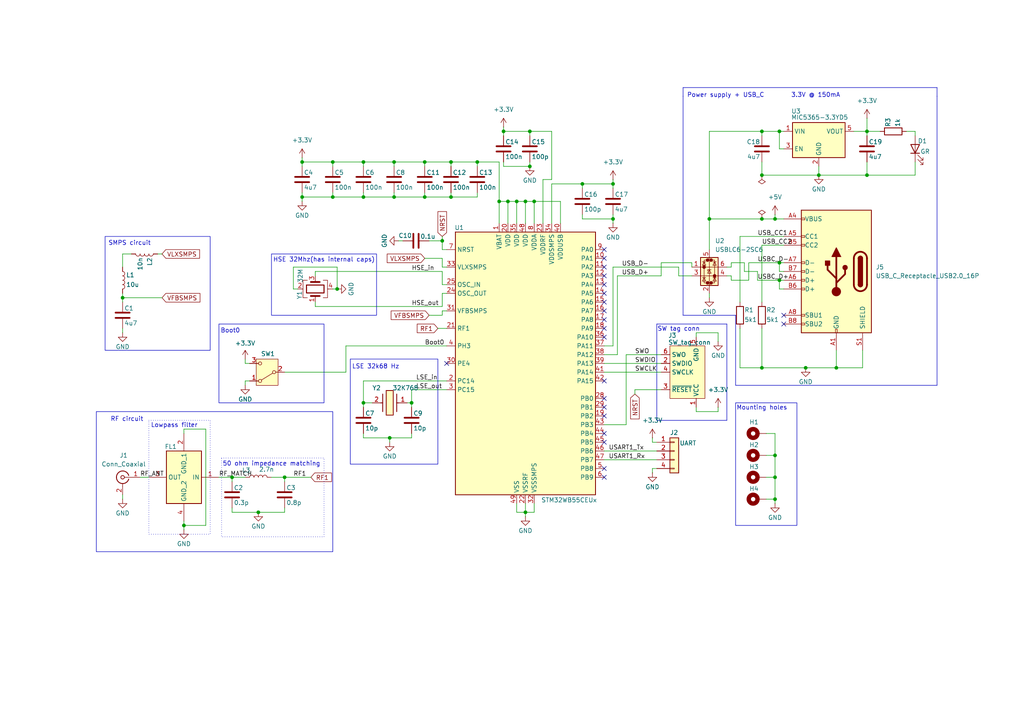
<source format=kicad_sch>
(kicad_sch (version 20231120) (generator "eeschema") (generator_version "8.0")
  (paper "A4")
  (title_block (title "STM32_Bluetooth") (date "2025-05-13") (rev "1.0") (company "Siyar Onurlu"))
  (lib_symbols
    (symbol "0_Sym:DLF162500LT-5028A1"
      (property "Reference" "FL" (at 7.112 9.652 0))
      (property "Value" "DLF162500LT-5028A1" (at 13.462 9.398 0))
      (symbol "DLF162500LT-5028A1_1_1"
        (pin passive line (at 2.54 0 0) (length 5.08) (name "IN") (number "1"))
        (pin passive line (at 12.7 -12.7 90) (length 5.08) (name "GND_1") (number "2"))
        (pin passive line (at 22.86 0 180) (length 5.08) (name "OUT") (number "3"))
        (pin passive line (at 12.7 12.7 270) (length 5.08) (name "GND_2") (number "4"))
      )
    )
    (symbol "0_Sym:NX2012SA-32.768K-STD-MUB-1" (pin_names hide)
      (property "Reference" "Y2" (at 1.27 4.318 0))
      (property "Value" "32K768" (at 9.652 4.318 0))
      (symbol "NX2012SA-32.768K-STD-MUB-1_1_1"
        (pin passive line (at 10.16 0 180) (length 2.54) (name "CRYSTAL_1") (number "1"))
        (pin passive line (at 0 0 0) (length 2.54) (name "CRYSTAL_2") (number "2"))
      )
    )
    (symbol "Connector:Conn_ARM_SWD_TagConnect_TC2030" (in_bom no)
      (property "Reference" "J" (at 2.54 11.43 0))
      (property "Value" "Conn_ARM_SWD_TagConnect_TC2030" (at 5.08 8.89 0))
      (symbol "Conn_ARM_SWD_TagConnect_TC2030_0_0"
        (pin power_in line (at -2.54 10.16 270) (length 2.54) (name "VCC") (number "1"))
        (pin bidirectional line (at 7.62 -2.54 180) (length 2.54) (name "SWDIO") (number "2"))
        (pin open_collector line (at 7.62 5.08 180) (length 2.54) (name "~{RESET}") (number "3"))
        (pin output line (at 7.62 0 180) (length 2.54) (name "SWCLK") (number "4"))
        (pin power_in line (at -2.54 -10.16 90) (length 2.54) (name "GND") (number "5"))
        (pin input line (at 7.62 -5.08 180) (length 2.54) (name "SWO") (number "6"))
      )
    )
    (symbol "Connector:Conn_Coaxial" (pin_names (offset 1.016) hide)
      (property "Reference" "J" (at 0.254 3.048 0))
      (property "Value" "Conn_Coaxial" (at 2.921 0 90))
      (symbol "Conn_Coaxial_1_1"
        (pin passive line (at -5.08 0 0) (length 2.54) (name "In") (number "1"))
        (pin passive line (at 0 -5.08 90) (length 2.54) (name "Ext") (number "2"))
      )
    )
    (symbol "Connector:USB_C_Receptacle_USB2.0_16P" (pin_names (offset 1.016))
      (property "Reference" "J" (at 0 22.225 0))
      (property "Value" "USB_C_Receptacle_USB2.0_16P" (at 0 19.685 0))
      (symbol "USB_C_Receptacle_USB2.0_16P_1_1"
        (pin passive line (at 0 -22.86 90) (length 5.08) (name "GND") (number "A1"))
        (pin passive line (at 0 -22.86 90) (length 5.08) hide (name "GND") (number "A12"))
        (pin passive line (at 15.24 15.24 180) (length 5.08) (name "VBUS") (number "A4"))
        (pin bidirectional line (at 15.24 10.16 180) (length 5.08) (name "CC1") (number "A5"))
        (pin bidirectional line (at 15.24 -2.54 180) (length 5.08) (name "D+") (number "A6"))
        (pin bidirectional line (at 15.24 2.54 180) (length 5.08) (name "D-") (number "A7"))
        (pin bidirectional line (at 15.24 -12.7 180) (length 5.08) (name "SBU1") (number "A8"))
        (pin passive line (at 15.24 15.24 180) (length 5.08) hide (name "VBUS") (number "A9"))
        (pin passive line (at 0 -22.86 90) (length 5.08) hide (name "GND") (number "B1"))
        (pin passive line (at 0 -22.86 90) (length 5.08) hide (name "GND") (number "B12"))
        (pin passive line (at 15.24 15.24 180) (length 5.08) hide (name "VBUS") (number "B4"))
        (pin bidirectional line (at 15.24 7.62 180) (length 5.08) (name "CC2") (number "B5"))
        (pin bidirectional line (at 15.24 -5.08 180) (length 5.08) (name "D+") (number "B6"))
        (pin bidirectional line (at 15.24 0 180) (length 5.08) (name "D-") (number "B7"))
        (pin bidirectional line (at 15.24 -15.24 180) (length 5.08) (name "SBU2") (number "B8"))
        (pin passive line (at 15.24 15.24 180) (length 5.08) hide (name "VBUS") (number "B9"))
        (pin passive line (at -7.62 -22.86 90) (length 5.08) (name "SHIELD") (number "S1"))
      )
    )
    (symbol "Connector_Generic:Conn_01x04" (pin_names (offset 1.016) hide)
      (property "Reference" "J" (at 0 5.08 0))
      (property "Value" "Conn_01x04" (at 0 -7.62 0))
      (symbol "Conn_01x04_1_1"
        (pin passive line (at -5.08 2.54 0) (length 3.81) (name "Pin_1") (number "1"))
        (pin passive line (at -5.08 0 0) (length 3.81) (name "Pin_2") (number "2"))
        (pin passive line (at -5.08 -2.54 0) (length 3.81) (name "Pin_3") (number "3"))
        (pin passive line (at -5.08 -5.08 0) (length 3.81) (name "Pin_4") (number "4"))
      )
    )
    (symbol "Device:C" (pin_numbers hide) (pin_names (offset 0.254))
      (property "Reference" "C" (at 0.635 2.54 0))
      (property "Value" "C" (at 0.635 -2.54 0))
      (symbol "C_1_1"
        (pin passive line (at 0 3.81 270) (length 2.794) (name "~") (number "1"))
        (pin passive line (at 0 -3.81 90) (length 2.794) (name "~") (number "2"))
      )
    )
    (symbol "Device:Crystal_GND24" (pin_names (offset 1.016) hide)
      (property "Reference" "Y" (at 3.175 5.08 0))
      (property "Value" "Crystal_GND24" (at 3.175 3.175 0))
      (symbol "Crystal_GND24_1_1"
        (pin passive line (at -3.81 0 0) (length 1.27) (name "1") (number "1"))
        (pin passive line (at 0 5.08 270) (length 1.27) (name "2") (number "2"))
        (pin passive line (at 3.81 0 180) (length 1.27) (name "3") (number "3"))
        (pin passive line (at 0 -5.08 90) (length 1.27) (name "4") (number "4"))
      )
    )
    (symbol "Device:L" (pin_numbers hide) (pin_names (offset 1.016) hide)
      (property "Reference" "L" (at -1.27 0 90))
      (property "Value" "L" (at 1.905 0 90))
      (symbol "L_1_1"
        (pin passive line (at 0 3.81 270) (length 1.27) (name "1") (number "1"))
        (pin passive line (at 0 -3.81 90) (length 1.27) (name "2") (number "2"))
      )
    )
    (symbol "Device:LED" (pin_numbers hide) (pin_names (offset 1.016) hide)
      (property "Reference" "D" (at 0 2.54 0))
      (property "Value" "LED" (at 0 -2.54 0))
      (symbol "LED_1_1"
        (pin passive line (at -3.81 0 0) (length 2.54) (name "K") (number "1"))
        (pin passive line (at 3.81 0 180) (length 2.54) (name "A") (number "2"))
      )
    )
    (symbol "Device:R" (pin_numbers hide) (pin_names (offset 0))
      (property "Reference" "R" (at 2.032 0 90))
      (property "Value" "R" (at 0 0 90))
      (symbol "R_1_1"
        (pin passive line (at 0 3.81 270) (length 1.27) (name "~") (number "1"))
        (pin passive line (at 0 -3.81 90) (length 1.27) (name "~") (number "2"))
      )
    )
    (symbol "MCU_ST_STM32WB:STM32WB55CEUx"
      (property "Reference" "U" (at -20.32 39.37 0))
      (property "Value" "STM32WB55CEUx" (at 12.7 39.37 0))
      (symbol "STM32WB55CEUx_1_1"
        (pin power_in line (at -7.62 40.64 270) (length 2.54) (name "VBAT") (number "1"))
        (pin bidirectional line (at 22.86 30.48 180) (length 2.54) (name "PA1") (number "10"))
        (pin bidirectional line (at 22.86 27.94 180) (length 2.54) (name "PA2") (number "11"))
        (pin bidirectional line (at 22.86 25.4 180) (length 2.54) (name "PA3") (number "12"))
        (pin bidirectional line (at 22.86 22.86 180) (length 2.54) (name "PA4") (number "13"))
        (pin bidirectional line (at 22.86 20.32 180) (length 2.54) (name "PA5") (number "14"))
        (pin bidirectional line (at 22.86 17.78 180) (length 2.54) (name "PA6") (number "15"))
        (pin bidirectional line (at 22.86 15.24 180) (length 2.54) (name "PA7") (number "16"))
        (pin bidirectional line (at 22.86 12.7 180) (length 2.54) (name "PA8") (number "17"))
        (pin bidirectional line (at 22.86 10.16 180) (length 2.54) (name "PA9") (number "18"))
        (pin bidirectional line (at 22.86 -15.24 180) (length 2.54) (name "PB2") (number "19"))
        (pin bidirectional line (at -22.86 -5.08 0) (length 2.54) (name "PC14") (number "2"))
        (pin power_in line (at -5.08 40.64 270) (length 2.54) (name "VDD") (number "20"))
        (pin bidirectional line (at -22.86 10.16 0) (length 2.54) (name "RF1") (number "21"))
        (pin power_in line (at 0 -40.64 90) (length 2.54) (name "VSSRF") (number "22"))
        (pin power_in line (at 5.08 40.64 270) (length 2.54) (name "VDDRF") (number "23"))
        (pin input line (at -22.86 20.32 0) (length 2.54) (name "OSC_OUT") (number "24"))
        (pin input line (at -22.86 22.86 0) (length 2.54) (name "OSC_IN") (number "25"))
        (pin no_connect line (at -20.32 -38.1 0) (length 2.54) hide (name "AT0") (number "26"))
        (pin no_connect line (at -20.32 -35.56 0) (length 2.54) hide (name "AT1") (number "27"))
        (pin bidirectional line (at 22.86 -10.16 180) (length 2.54) (name "PB0") (number "28"))
        (pin bidirectional line (at 22.86 -12.7 180) (length 2.54) (name "PB1") (number "29"))
        (pin bidirectional line (at -22.86 -7.62 0) (length 2.54) (name "PC15") (number "3"))
        (pin bidirectional line (at -22.86 0 0) (length 2.54) (name "PE4") (number "30"))
        (pin input line (at -22.86 15.24 0) (length 2.54) (name "VFBSMPS") (number "31"))
        (pin power_in line (at 2.54 -40.64 90) (length 2.54) (name "VSSSMPS") (number "32"))
        (pin power_in line (at -22.86 27.94 0) (length 2.54) (name "VLXSMPS") (number "33"))
        (pin power_in line (at 7.62 40.64 270) (length 2.54) (name "VDDSMPS") (number "34"))
        (pin power_in line (at -2.54 40.64 270) (length 2.54) (name "VDD") (number "35"))
        (pin bidirectional line (at 22.86 7.62 180) (length 2.54) (name "PA10") (number "36"))
        (pin bidirectional line (at 22.86 5.08 180) (length 2.54) (name "PA11") (number "37"))
        (pin bidirectional line (at 22.86 2.54 180) (length 2.54) (name "PA12") (number "38"))
        (pin bidirectional line (at 22.86 0 180) (length 2.54) (name "PA13") (number "39"))
        (pin bidirectional line (at -22.86 5.08 0) (length 2.54) (name "PH3") (number "4"))
        (pin power_in line (at 10.16 40.64 270) (length 2.54) (name "VDDUSB") (number "40"))
        (pin bidirectional line (at 22.86 -2.54 180) (length 2.54) (name "PA14") (number "41"))
        (pin bidirectional line (at 22.86 -5.08 180) (length 2.54) (name "PA15") (number "42"))
        (pin bidirectional line (at 22.86 -17.78 180) (length 2.54) (name "PB3") (number "43"))
        (pin bidirectional line (at 22.86 -20.32 180) (length 2.54) (name "PB4") (number "44"))
        (pin bidirectional line (at 22.86 -22.86 180) (length 2.54) (name "PB5") (number "45"))
        (pin bidirectional line (at 22.86 -25.4 180) (length 2.54) (name "PB6") (number "46"))
        (pin bidirectional line (at 22.86 -27.94 180) (length 2.54) (name "PB7") (number "47"))
        (pin power_in line (at 0 40.64 270) (length 2.54) (name "VDD") (number "48"))
        (pin power_in line (at -2.54 -40.64 90) (length 2.54) (name "VSS") (number "49"))
        (pin bidirectional line (at 22.86 -30.48 180) (length 2.54) (name "PB8") (number "5"))
        (pin bidirectional line (at 22.86 -33.02 180) (length 2.54) (name "PB9") (number "6"))
        (pin input line (at -22.86 33.02 0) (length 2.54) (name "NRST") (number "7"))
        (pin power_in line (at 2.54 40.64 270) (length 2.54) (name "VDDA") (number "8"))
        (pin bidirectional line (at 22.86 33.02 180) (length 2.54) (name "PA0") (number "9"))
      )
    )
    (symbol "Mechanical:MountingHole_Pad" (pin_numbers hide) (pin_names (offset 1.016) hide) (exclude_from_sim yes) (in_bom no)
      (property "Reference" "H" (at 0 6.35 0))
      (property "Value" "MountingHole_Pad" (at 0 4.445 0))
      (symbol "MountingHole_Pad_1_1"
        (pin input line (at 0 -2.54 90) (length 2.54) (name "1") (number "1"))
      )
    )
    (symbol "Power_Protection:USBLC6-2SC6" (pin_names hide)
      (property "Reference" "U" (at 0.635 5.715 0))
      (property "Value" "USBLC6-2SC6" (at 0.635 3.81 0))
      (symbol "USBLC6-2SC6_1_1"
        (pin passive line (at -5.08 0 0) (length 2.54) (name "I/O1") (number "1"))
        (pin passive line (at 0 -7.62 90) (length 2.54) (name "GND") (number "2"))
        (pin passive line (at -5.08 -2.54 0) (length 2.54) (name "I/O2") (number "3"))
        (pin passive line (at 5.08 -2.54 180) (length 2.54) (name "I/O2") (number "4"))
        (pin passive line (at 0 5.08 270) (length 2.54) (name "VBUS") (number "5"))
        (pin passive line (at 5.08 0 180) (length 2.54) (name "I/O1") (number "6"))
      )
    )
    (symbol "Regulator_Linear:MIC5365-3.3YD5"
      (property "Reference" "U" (at -7.62 6.35 0))
      (property "Value" "MIC5365-3.3YD5" (at 0 6.35 0))
      (symbol "MIC5365-3.3YD5_1_1"
        (pin power_in line (at -10.16 2.54 0) (length 2.54) (name "VIN") (number "1"))
        (pin power_in line (at 0 -7.62 90) (length 2.54) (name "GND") (number "2"))
        (pin input line (at -10.16 -2.54 0) (length 2.54) (name "EN") (number "3"))
        (pin no_connect line (at 7.62 -2.54 180) (length 2.54) hide (name "NC") (number "4"))
        (pin power_out line (at 10.16 2.54 180) (length 2.54) (name "VOUT") (number "5"))
      )
    )
    (symbol "Switch:SW_SPDT" (pin_names (offset 0) hide)
      (property "Reference" "SW" (at 0 5.08 0))
      (property "Value" "SW_SPDT" (at 0 -5.08 0))
      (symbol "SW_SPDT_1_1"
        (pin passive line (at 5.08 2.54 180) (length 2.54) (name "A") (number "1"))
        (pin passive line (at -5.08 0 0) (length 2.54) (name "B") (number "2"))
        (pin passive line (at 5.08 -2.54 180) (length 2.54) (name "C") (number "3"))
      )
    )
    (symbol "power:+3.3V" (power) (pin_numbers hide) (pin_names (offset 0) hide)
      (property "Value" "+3.3V" (at 0 3.556 0))
      (symbol "+3.3V_1_1"
        (pin power_in line (at 0 0 90) (length 0) (name "~") (number "1"))
      )
    )
    (symbol "power:+5V" (power) (pin_numbers hide) (pin_names (offset 0) hide)
      (property "Value" "+5V" (at 0 3.556 0))
      (symbol "+5V_1_1"
        (pin power_in line (at 0 0 90) (length 0) (name "~") (number "1"))
      )
    )
    (symbol "power:GND" (power) (pin_numbers hide) (pin_names (offset 0) hide)
      (property "Value" "GND" (at 0 -3.81 0))
      (symbol "GND_1_1"
        (pin power_in line (at 0 0 270) (length 0) (name "~") (number "1"))
      )
    )
    (symbol "power:PWR_FLAG" (power) (pin_numbers hide) (pin_names (offset 0) hide)
      (property "Value" "PWR_FLAG" (at 0 3.81 0))
      (symbol "PWR_FLAG_0_0"
        (pin power_out line (at 0 0 90) (length 0) (name "~") (number "1"))
      )
    )
  )
  (junction (at 119.38 116.84))
  (junction (at 224.79 132.08))
  (junction (at 87.63 57.15))
  (junction (at 153.67 38.1))
  (junction (at 82.55 138.43))
  (junction (at 224.79 138.43))
  (junction (at 226.06 38.1))
  (junction (at 74.93 148.59))
  (junction (at 237.49 50.8))
  (junction (at 154.94 58.42))
  (junction (at 220.98 106.68))
  (junction (at 251.46 50.8))
  (junction (at 123.19 57.15))
  (junction (at 147.32 58.42))
  (junction (at 113.03 127))
  (junction (at 114.3 57.15))
  (junction (at 144.78 58.42))
  (junction (at 105.41 57.15))
  (junction (at 105.41 46.99))
  (junction (at 220.98 63.5))
  (junction (at 220.98 50.8))
  (junction (at 233.68 106.68))
  (junction (at 153.67 48.26))
  (junction (at 251.46 38.1))
  (junction (at 130.81 46.99))
  (junction (at 53.34 152.4))
  (junction (at 226.06 76.2))
  (junction (at 146.05 38.1))
  (junction (at 205.74 63.5))
  (junction (at 224.79 144.78))
  (junction (at 96.52 57.15))
  (junction (at 105.41 116.84))
  (junction (at 149.86 58.42))
  (junction (at 168.91 53.34))
  (junction (at 123.19 46.99))
  (junction (at 220.98 38.1))
  (junction (at 224.79 63.5))
  (junction (at 67.31 138.43))
  (junction (at 177.8 53.34))
  (junction (at 128.27 69.85))
  (junction (at 87.63 46.99))
  (junction (at 152.4 148.59))
  (junction (at 138.43 46.99))
  (junction (at 177.8 63.5))
  (junction (at 35.56 86.36))
  (junction (at 97.79 83.82))
  (junction (at 130.81 57.15))
  (junction (at 242.57 106.68))
  (junction (at 152.4 58.42))
  (junction (at 226.06 81.28))
  (junction (at 114.3 46.99))
  (junction (at 96.52 46.99))
  (no_connect (at 129.54 105.41))
  (no_connect (at 175.26 80.01))
  (no_connect (at 175.26 97.79))
  (no_connect (at 175.26 90.17))
  (no_connect (at 175.26 110.49))
  (no_connect (at 175.26 138.43))
  (no_connect (at 227.33 91.44))
  (no_connect (at 175.26 74.93))
  (no_connect (at 175.26 95.25))
  (no_connect (at 175.26 120.65))
  (no_connect (at 175.26 82.55))
  (no_connect (at 175.26 125.73))
  (no_connect (at 175.26 118.11))
  (no_connect (at 175.26 85.09))
  (no_connect (at 227.33 93.98))
  (no_connect (at 175.26 77.47))
  (no_connect (at 175.26 87.63))
  (no_connect (at 175.26 92.71))
  (no_connect (at 175.26 135.89))
  (no_connect (at 175.26 128.27))
  (no_connect (at 175.26 72.39))
  (no_connect (at 175.26 115.57))
  (wire (pts (xy 82.55 147.32) (xy 82.55 148.59)))
  (wire (pts (xy 175.26 130.81) (xy 190.5 130.81)))
  (wire (pts (xy 214.63 68.58) (xy 214.63 87.63)))
  (wire (pts (xy 87.63 57.15) (xy 96.52 57.15)))
  (wire (pts (xy 212.09 81.28) (xy 217.17 81.28)))
  (wire (pts (xy 119.38 113.03) (xy 129.54 113.03)))
  (wire (pts (xy 220.98 71.12) (xy 227.33 71.12)))
  (wire (pts (xy 146.05 48.26) (xy 153.67 48.26)))
  (wire (pts (xy 87.63 45.72) (xy 87.63 46.99)))
  (wire (pts (xy 175.26 133.35) (xy 190.5 133.35)))
  (wire (pts (xy 196.85 77.47) (xy 196.85 80.01)))
  (wire (pts (xy 35.56 73.66) (xy 35.56 77.47)))
  (wire (pts (xy 237.49 48.26) (xy 237.49 50.8)))
  (wire (pts (xy 38.1 73.66) (xy 35.56 73.66)))
  (wire (pts (xy 224.79 138.43) (xy 224.79 144.78)))
  (wire (pts (xy 152.4 146.05) (xy 152.4 148.59)))
  (polyline (pts (xy 198.12 91.44) (xy 198.12 91.44)))
  (wire (pts (xy 189.23 128.27) (xy 189.23 127)))
  (wire (pts (xy 177.8 63.5) (xy 177.8 64.77)))
  (wire (pts (xy 233.68 106.68) (xy 242.57 106.68)))
  (wire (pts (xy 251.46 34.29) (xy 251.46 38.1)))
  (wire (pts (xy 35.56 95.25) (xy 35.56 96.52)))
  (wire (pts (xy 153.67 46.99) (xy 153.67 48.26)))
  (wire (pts (xy 208.28 96.52) (xy 208.28 99.06)))
  (polyline (pts (xy 271.78 25.4) (xy 271.78 27.94)))
  (polyline (pts (xy 213.36 111.76) (xy 271.78 111.76)))
  (wire (pts (xy 226.06 76.2) (xy 227.33 76.2)))
  (wire (pts (xy 205.74 63.5) (xy 220.98 63.5)))
  (wire (pts (xy 91.44 88.9) (xy 91.44 87.63)))
  (wire (pts (xy 67.31 148.59) (xy 67.31 147.32)))
  (polyline (pts (xy 190.5 121.92) (xy 190.5 93.98)))
  (wire (pts (xy 219.71 81.28) (xy 226.06 81.28)))
  (wire (pts (xy 130.81 46.99) (xy 130.81 48.26)))
  (wire (pts (xy 130.81 46.99) (xy 123.19 46.99)))
  (wire (pts (xy 220.98 38.1) (xy 220.98 39.37)))
  (wire (pts (xy 152.4 58.42) (xy 149.86 58.42)))
  (wire (pts (xy 82.55 148.59) (xy 74.93 148.59)))
  (wire (pts (xy 129.54 90.17) (xy 128.27 90.17)))
  (wire (pts (xy 35.56 143.51) (xy 35.56 144.78)))
  (wire (pts (xy 128.27 68.58) (xy 128.27 69.85)))
  (wire (pts (xy 154.94 58.42) (xy 152.4 58.42)))
  (wire (pts (xy 237.49 50.8) (xy 251.46 50.8)))
  (wire (pts (xy 226.06 38.1) (xy 226.06 43.18)))
  (wire (pts (xy 190.5 135.89) (xy 189.23 135.89)))
  (wire (pts (xy 175.26 123.19) (xy 181.61 123.19)))
  (wire (pts (xy 175.26 105.41) (xy 191.77 105.41)))
  (wire (pts (xy 96.52 83.82) (xy 97.79 83.82)))
  (wire (pts (xy 53.34 124.46) (xy 59.69 124.46)))
  (wire (pts (xy 226.06 38.1) (xy 227.33 38.1)))
  (polyline (pts (xy 198.12 27.94) (xy 198.12 91.44)))
  (wire (pts (xy 124.46 69.85) (xy 128.27 69.85)))
  (wire (pts (xy 128.27 72.39) (xy 128.27 69.85)))
  (wire (pts (xy 35.56 85.09) (xy 35.56 86.36)))
  (wire (pts (xy 144.78 46.99) (xy 144.78 58.42)))
  (wire (pts (xy 129.54 85.09) (xy 128.27 85.09)))
  (wire (pts (xy 215.9 76.2) (xy 215.9 78.74)))
  (wire (pts (xy 160.02 52.07) (xy 160.02 38.1)))
  (wire (pts (xy 247.65 38.1) (xy 251.46 38.1)))
  (wire (pts (xy 153.67 38.1) (xy 160.02 38.1)))
  (wire (pts (xy 160.02 53.34) (xy 168.91 53.34)))
  (wire (pts (xy 175.26 100.33) (xy 177.8 100.33)))
  (wire (pts (xy 114.3 55.88) (xy 114.3 57.15)))
  (wire (pts (xy 87.63 46.99) (xy 96.52 46.99)))
  (wire (pts (xy 201.93 96.52) (xy 208.28 96.52)))
  (wire (pts (xy 146.05 36.83) (xy 146.05 38.1)))
  (wire (pts (xy 128.27 77.47) (xy 128.27 74.93)))
  (wire (pts (xy 220.98 106.68) (xy 233.68 106.68)))
  (wire (pts (xy 71.12 104.14) (xy 71.12 105.41)))
  (wire (pts (xy 208.28 118.11) (xy 208.28 119.38)))
  (wire (pts (xy 71.12 138.43) (xy 67.31 138.43)))
  (wire (pts (xy 35.56 86.36) (xy 46.99 86.36)))
  (wire (pts (xy 123.19 55.88) (xy 123.19 57.15)))
  (wire (pts (xy 205.74 63.5) (xy 205.74 72.39)))
  (wire (pts (xy 128.27 74.93) (xy 123.19 74.93)))
  (wire (pts (xy 210.82 80.01) (xy 212.09 80.01)))
  (wire (pts (xy 129.54 77.47) (xy 128.27 77.47)))
  (wire (pts (xy 82.55 107.95) (xy 100.33 107.95)))
  (wire (pts (xy 123.19 57.15) (xy 114.3 57.15)))
  (wire (pts (xy 130.81 55.88) (xy 130.81 57.15)))
  (wire (pts (xy 157.48 52.07) (xy 160.02 52.07)))
  (wire (pts (xy 220.98 95.25) (xy 220.98 106.68)))
  (wire (pts (xy 35.56 86.36) (xy 35.56 87.63)))
  (wire (pts (xy 119.38 116.84) (xy 119.38 118.11)))
  (wire (pts (xy 105.41 118.11) (xy 105.41 116.84)))
  (wire (pts (xy 191.77 76.2) (xy 200.66 76.2)))
  (wire (pts (xy 105.41 110.49) (xy 105.41 116.84)))
  (wire (pts (xy 85.09 77.47) (xy 85.09 83.82)))
  (wire (pts (xy 82.55 139.7) (xy 82.55 138.43)))
  (wire (pts (xy 205.74 63.5) (xy 205.74 38.1)))
  (wire (pts (xy 220.98 50.8) (xy 237.49 50.8)))
  (wire (pts (xy 154.94 146.05) (xy 154.94 148.59)))
  (wire (pts (xy 144.78 58.42) (xy 144.78 64.77)))
  (wire (pts (xy 119.38 127) (xy 113.03 127)))
  (wire (pts (xy 242.57 106.68) (xy 250.19 106.68)))
  (wire (pts (xy 220.98 63.5) (xy 224.79 63.5)))
  (wire (pts (xy 251.46 46.99) (xy 251.46 50.8)))
  (wire (pts (xy 45.72 73.66) (xy 46.99 73.66)))
  (wire (pts (xy 226.06 81.28) (xy 226.06 83.82)))
  (wire (pts (xy 242.57 106.68) (xy 242.57 101.6)))
  (wire (pts (xy 138.43 57.15) (xy 138.43 55.88)))
  (polyline (pts (xy 190.5 93.98) (xy 210.82 93.98)))
  (wire (pts (xy 222.25 138.43) (xy 224.79 138.43)))
  (polyline (pts (xy 213.36 91.44) (xy 213.36 111.76)))
  (wire (pts (xy 177.8 62.23) (xy 177.8 63.5)))
  (wire (pts (xy 130.81 57.15) (xy 123.19 57.15)))
  (wire (pts (xy 59.69 124.46) (xy 59.69 152.4)))
  (wire (pts (xy 168.91 53.34) (xy 177.8 53.34)))
  (polyline (pts (xy 271.78 111.76) (xy 271.78 27.94)))
  (wire (pts (xy 265.43 50.8) (xy 251.46 50.8)))
  (wire (pts (xy 152.4 58.42) (xy 152.4 64.77)))
  (wire (pts (xy 129.54 72.39) (xy 128.27 72.39)))
  (wire (pts (xy 91.44 88.9) (xy 128.27 88.9)))
  (wire (pts (xy 215.9 78.74) (xy 219.71 78.74)))
  (wire (pts (xy 191.77 80.01) (xy 191.77 76.2)))
  (wire (pts (xy 226.06 76.2) (xy 226.06 78.74)))
  (wire (pts (xy 220.98 38.1) (xy 226.06 38.1)))
  (wire (pts (xy 153.67 38.1) (xy 153.67 39.37)))
  (wire (pts (xy 149.86 146.05) (xy 149.86 148.59)))
  (polyline (pts (xy 210.82 121.92) (xy 190.5 121.92)))
  (wire (pts (xy 114.3 57.15) (xy 105.41 57.15)))
  (wire (pts (xy 168.91 62.23) (xy 168.91 63.5)))
  (wire (pts (xy 53.34 152.4) (xy 53.34 153.67)))
  (wire (pts (xy 214.63 106.68) (xy 220.98 106.68)))
  (wire (pts (xy 217.17 76.2) (xy 226.06 76.2)))
  (wire (pts (xy 128.27 90.17) (xy 128.27 91.44)))
  (wire (pts (xy 53.34 152.4) (xy 53.34 151.13)))
  (wire (pts (xy 168.91 63.5) (xy 177.8 63.5)))
  (wire (pts (xy 162.56 64.77) (xy 162.56 58.42)))
  (wire (pts (xy 177.8 52.07) (xy 177.8 53.34)))
  (wire (pts (xy 250.19 106.68) (xy 250.19 101.6)))
  (wire (pts (xy 179.07 80.01) (xy 191.77 80.01)))
  (wire (pts (xy 138.43 57.15) (xy 130.81 57.15)))
  (wire (pts (xy 222.25 144.78) (xy 224.79 144.78)))
  (wire (pts (xy 160.02 64.77) (xy 160.02 53.34)))
  (wire (pts (xy 127 95.25) (xy 129.54 95.25)))
  (wire (pts (xy 205.74 85.09) (xy 205.74 86.36)))
  (wire (pts (xy 175.26 102.87) (xy 179.07 102.87)))
  (wire (pts (xy 147.32 58.42) (xy 147.32 64.77)))
  (wire (pts (xy 219.71 78.74) (xy 219.71 81.28)))
  (wire (pts (xy 149.86 58.42) (xy 149.86 64.77)))
  (wire (pts (xy 224.79 144.78) (xy 224.79 146.05)))
  (wire (pts (xy 190.5 128.27) (xy 189.23 128.27)))
  (wire (pts (xy 146.05 46.99) (xy 146.05 48.26)))
  (wire (pts (xy 87.63 57.15) (xy 87.63 58.42)))
  (wire (pts (xy 251.46 38.1) (xy 251.46 39.37)))
  (wire (pts (xy 105.41 127) (xy 105.41 125.73)))
  (wire (pts (xy 96.52 46.99) (xy 96.52 48.26)))
  (wire (pts (xy 175.26 107.95) (xy 191.77 107.95)))
  (wire (pts (xy 72.39 105.41) (xy 71.12 105.41)))
  (wire (pts (xy 210.82 77.47) (xy 212.09 77.47)))
  (wire (pts (xy 128.27 85.09) (xy 128.27 88.9)))
  (wire (pts (xy 179.07 80.01) (xy 179.07 102.87)))
  (wire (pts (xy 128.27 91.44) (xy 124.46 91.44)))
  (wire (pts (xy 114.3 46.99) (xy 114.3 48.26)))
  (wire (pts (xy 217.17 81.28) (xy 217.17 76.2)))
  (wire (pts (xy 205.74 38.1) (xy 220.98 38.1)))
  (wire (pts (xy 128.27 82.55) (xy 128.27 78.74)))
  (polyline (pts (xy 271.78 25.4) (xy 198.12 25.4)))
  (wire (pts (xy 82.55 138.43) (xy 78.74 138.43)))
  (wire (pts (xy 222.25 132.08) (xy 224.79 132.08)))
  (wire (pts (xy 265.43 38.1) (xy 265.43 39.37)))
  (wire (pts (xy 154.94 64.77) (xy 154.94 58.42)))
  (wire (pts (xy 212.09 80.01) (xy 212.09 81.28)))
  (polyline (pts (xy 198.12 25.4) (xy 198.12 27.94)))
  (wire (pts (xy 201.93 97.79) (xy 201.93 96.52)))
  (wire (pts (xy 222.25 125.73) (xy 224.79 125.73)))
  (wire (pts (xy 265.43 46.99) (xy 265.43 50.8)))
  (wire (pts (xy 138.43 48.26) (xy 138.43 46.99)))
  (wire (pts (xy 85.09 83.82) (xy 86.36 83.82)))
  (wire (pts (xy 67.31 138.43) (xy 67.31 139.7)))
  (wire (pts (xy 220.98 46.99) (xy 220.98 50.8)))
  (wire (pts (xy 72.39 110.49) (xy 71.12 110.49)))
  (wire (pts (xy 201.93 119.38) (xy 208.28 119.38)))
  (wire (pts (xy 100.33 100.33) (xy 129.54 100.33)))
  (wire (pts (xy 227.33 83.82) (xy 226.06 83.82)))
  (wire (pts (xy 105.41 55.88) (xy 105.41 57.15)))
  (wire (pts (xy 162.56 58.42) (xy 154.94 58.42)))
  (wire (pts (xy 85.09 77.47) (xy 97.79 77.47)))
  (wire (pts (xy 177.8 77.47) (xy 196.85 77.47)))
  (wire (pts (xy 129.54 82.55) (xy 128.27 82.55)))
  (wire (pts (xy 214.63 68.58) (xy 227.33 68.58)))
  (wire (pts (xy 262.89 38.1) (xy 265.43 38.1)))
  (wire (pts (xy 181.61 102.87) (xy 191.77 102.87)))
  (wire (pts (xy 123.19 46.99) (xy 123.19 48.26)))
  (wire (pts (xy 154.94 148.59) (xy 152.4 148.59)))
  (wire (pts (xy 157.48 64.77) (xy 157.48 52.07)))
  (wire (pts (xy 53.34 125.73) (xy 53.34 124.46)))
  (wire (pts (xy 214.63 95.25) (xy 214.63 106.68)))
  (wire (pts (xy 96.52 57.15) (xy 105.41 57.15)))
  (wire (pts (xy 224.79 62.23) (xy 224.79 63.5)))
  (wire (pts (xy 113.03 127) (xy 105.41 127)))
  (wire (pts (xy 105.41 46.99) (xy 105.41 48.26)))
  (wire (pts (xy 147.32 58.42) (xy 144.78 58.42)))
  (wire (pts (xy 119.38 113.03) (xy 119.38 116.84)))
  (wire (pts (xy 100.33 100.33) (xy 100.33 107.95)))
  (wire (pts (xy 40.64 138.43) (xy 43.18 138.43)))
  (wire (pts (xy 96.52 55.88) (xy 96.52 57.15)))
  (wire (pts (xy 177.8 53.34) (xy 177.8 54.61)))
  (wire (pts (xy 138.43 46.99) (xy 144.78 46.99)))
  (wire (pts (xy 224.79 125.73) (xy 224.79 132.08)))
  (wire (pts (xy 96.52 46.99) (xy 105.41 46.99)))
  (wire (pts (xy 212.09 77.47) (xy 212.09 76.2)))
  (wire (pts (xy 123.19 46.99) (xy 114.3 46.99)))
  (wire (pts (xy 87.63 46.99) (xy 87.63 48.26)))
  (wire (pts (xy 114.3 46.99) (xy 105.41 46.99)))
  (wire (pts (xy 71.12 110.49) (xy 71.12 111.76)))
  (wire (pts (xy 181.61 123.19) (xy 181.61 102.87)))
  (wire (pts (xy 227.33 43.18) (xy 226.06 43.18)))
  (wire (pts (xy 152.4 148.59) (xy 152.4 149.86)))
  (wire (pts (xy 105.41 110.49) (xy 129.54 110.49)))
  (wire (pts (xy 113.03 127) (xy 113.03 128.27)))
  (wire (pts (xy 149.86 58.42) (xy 147.32 58.42)))
  (wire (pts (xy 196.85 80.01) (xy 200.66 80.01)))
  (wire (pts (xy 119.38 125.73) (xy 119.38 127)))
  (wire (pts (xy 224.79 132.08) (xy 224.79 138.43)))
  (wire (pts (xy 87.63 55.88) (xy 87.63 57.15)))
  (wire (pts (xy 184.15 114.3) (xy 184.15 113.03)))
  (wire (pts (xy 149.86 148.59) (xy 152.4 148.59)))
  (wire (pts (xy 224.79 63.5) (xy 227.33 63.5)))
  (wire (pts (xy 251.46 38.1) (xy 255.27 38.1)))
  (wire (pts (xy 82.55 138.43) (xy 90.17 138.43)))
  (wire (pts (xy 226.06 81.28) (xy 227.33 81.28)))
  (wire (pts (xy 153.67 38.1) (xy 146.05 38.1)))
  (wire (pts (xy 227.33 78.74) (xy 226.06 78.74)))
  (wire (pts (xy 184.15 113.03) (xy 191.77 113.03)))
  (wire (pts (xy 105.41 116.84) (xy 107.95 116.84)))
  (wire (pts (xy 130.81 46.99) (xy 138.43 46.99)))
  (wire (pts (xy 146.05 38.1) (xy 146.05 39.37)))
  (wire (pts (xy 63.5 138.43) (xy 67.31 138.43)))
  (wire (pts (xy 115.57 69.85) (xy 116.84 69.85)))
  (wire (pts (xy 168.91 53.34) (xy 168.91 54.61)))
  (wire (pts (xy 91.44 78.74) (xy 128.27 78.74)))
  (wire (pts (xy 177.8 77.47) (xy 177.8 100.33)))
  (wire (pts (xy 59.69 152.4) (xy 53.34 152.4)))
  (polyline (pts (xy 198.12 91.44) (xy 213.36 91.44)))
  (wire (pts (xy 212.09 76.2) (xy 215.9 76.2)))
  (wire (pts (xy 118.11 116.84) (xy 119.38 116.84)))
  (wire (pts (xy 220.98 71.12) (xy 220.98 87.63)))
  (wire (pts (xy 97.79 83.82) (xy 97.79 77.47)))
  (wire (pts (xy 74.93 148.59) (xy 67.31 148.59)))
  (wire (pts (xy 201.93 118.11) (xy 201.93 119.38)))
  (wire (pts (xy 189.23 135.89) (xy 189.23 137.16)))
  (wire (pts (xy 200.66 76.2) (xy 200.66 77.47)))
  (wire (pts (xy 91.44 78.74) (xy 91.44 80.01)))
  (polyline (pts (xy 210.82 93.98) (xy 210.82 121.92)))
  (rectangle (start 27.94 119.38) (end 96.52 160.02))
  (rectangle (start 63.5 93.98) (end 93.98 116.84))
  (rectangle (start 213.36 116.84) (end 231.14 152.4))
  (rectangle (start 78.74 73.66) (end 109.22 91.44))
  (rectangle (start 30.48 68.58) (end 60.96 101.6))
  (rectangle (start 101.6 104.14) (end 127 134.62))
  (rectangle (start 64.262 132.842) (end 93.98 155.702) (stroke (width 0) (type dot)))
  (rectangle (start 43.18 121.92) (end 60.96 154.94) (stroke (width 0) (type dot)))
  (text "SW tag conn\n" (at 196.85 95.504 0) (effects (font (size 1.27 1.27))))
  (text "Boot0" (at 66.802 96.012 0) (effects (font (size 1.27 1.27))))
  (text "50 ohm impedance matching\n" (at 78.74 134.62 0) (effects (font (size 1.27 1.27))))
  (text "Lowpass filter" (at 50.546 123.444 0) (effects (font (size 1.27 1.27))))
  (text "LSE 32k68 Hz" (at 108.966 106.426 0) (effects (font (size 1.27 1.27))))
  (text "SMPS circuit" (at 37.592 70.612 0) (effects (font (size 1.27 1.27))))
  (text "Mounting holes\n" (at 220.98 118.364 0) (effects (font (size 1.27 1.27))))
  (text "RF circuit\n" (at 36.83 121.666 0) (effects (font (size 1.27 1.27))))
  (text "Power supply + USB_C 	3.3V @ 150mA" (at 221.488 27.686 0) (effects (font (size 1.27 1.27))))
  (text "HSE 32Mhz(has internal caps)" (at 93.98 75.438 0) (effects (font (size 1.27 1.27))))
  (label "USART1_Rx" (at 176.53 133.35 0))
  (label "RF_MATCH" (at 63.5 138.43 0))
  (label "LSE_out" (at 120.65 113.03 0))
  (label "SWCLK" (at 184.15 107.95 0))
  (label "USBC_D-" (at 219.71 76.2 0))
  (label "SWO" (at 184.15 102.87 0))
  (label "USBC_D+" (at 219.71 81.28 0))
  (label "RF1" (at 85.09 138.43 0))
  (label "USB_D-" (at 180.34 77.47 0))
  (label "USB_D+" (at 180.34 80.01 0))
  (label "RF_ANT" (at 40.64 138.43 0))
  (label "Boot0" (at 123.19 100.33 0))
  (label "LSE_in" (at 120.65 110.49 0))
  (label "HSE_in" (at 119.38 78.74 0))
  (label "USART1_Tx" (at 176.53 130.81 0))
  (label "USB_CC1" (at 219.71 68.58 0))
  (label "USB_CC2" (at 220.98 71.12 0))
  (label "HSE_out" (at 119.38 88.9 0))
  (label "SWDIO" (at 184.15 105.41 0))
  (global_label "RF1" (shape input) (at 127 95.25 180) (property "Intersheetrefs" "${INTERSHEET_REFS}" (effects (hide yes))))
  (global_label "VLXSMPS" (shape input) (at 46.99 73.66 0) (property "Intersheetrefs" "${INTERSHEET_REFS}" (effects (hide yes))))
  (global_label "RF1" (shape input) (at 90.17 138.43 0) (property "Intersheetrefs" "${INTERSHEET_REFS}" (effects (hide yes))))
  (global_label "VFBSMPS" (shape input) (at 124.46 91.44 180) (property "Intersheetrefs" "${INTERSHEET_REFS}" (effects (hide yes))))
  (global_label "NRST" (shape input) (at 128.27 68.58 90) (property "Intersheetrefs" "${INTERSHEET_REFS}" (effects (hide yes))))
  (global_label "VLXSMPS" (shape input) (at 123.19 74.93 180) (property "Intersheetrefs" "${INTERSHEET_REFS}" (effects (hide yes))))
  (global_label "VFBSMPS" (shape input) (at 46.99 86.36 0) (property "Intersheetrefs" "${INTERSHEET_REFS}" (effects (hide yes))))
  (global_label "NRST" (shape input) (at 184.15 114.3 270) (property "Intersheetrefs" "${INTERSHEET_REFS}" (effects (hide yes))))
  (symbol (lib_id "Device:LED") (at 265.43 43.18 90) (unit 1)
    (property "Reference" "D1" (at 266.192 40.894 90) (effects (justify right)))
    (property "Value" "GR" (at 266.954 43.942 90) (effects (justify right)))
    (property "Footprint" "LED_SMD:LED_0805_2012Metric" (effects (hide yes)))
    (property "Description" "Light emitting diode" (effects (hide yes)))
  )
  (symbol (lib_id "power:+3.3V") (at 177.8 52.07 0) (unit 1)
    (property "Reference" "#PWR015" (effects (hide yes)))
    (property "Value" "+3.3V" (at 177.8 46.99 0))
    (property "Description" "Power symbol creates a global label with name \"+3.3V\"" (effects (hide yes)))
  )
  (symbol (lib_id "Device:C") (at 123.19 52.07 0) (unit 1)
    (property "Reference" "C11" (at 123.698 50.038 0) (effects (justify left)))
    (property "Value" "100n" (at 123.698 54.356 0) (effects (justify left)))
    (property "Footprint" "Capacitor_SMD:C_0402_1005Metric" (effects (hide yes)))
    (property "Description" "Unpolarized capacitor" (effects (hide yes)))
  )
  (symbol (lib_id "power:GND") (at 177.8 64.77 0) (unit 1)
    (property "Reference" "#PWR016" (effects (hide yes)))
    (property "Value" "GND" (at 177.8 68.834 0))
    (property "Description" "Power symbol creates a global label with name \"GND\" , ground" (effects (hide yes)))
  )
  (symbol (lib_id "power:GND") (at 208.28 99.06 0) (unit 1)
    (property "Reference" "#PWR020" (effects (hide yes)))
    (property "Value" "GND" (at 208.28 103.124 0))
    (property "Description" "Power symbol creates a global label with name \"GND\" , ground" (effects (hide yes)))
  )
  (symbol (lib_id "power:GND") (at 152.4 149.86 0) (unit 1)
    (property "Reference" "#PWR013" (effects (hide yes)))
    (property "Value" "GND" (at 152.4 153.924 0))
    (property "Description" "Power symbol creates a global label with name \"GND\" , ground" (effects (hide yes)))
  )
  (symbol (lib_id "Connector_Generic:Conn_01x04") (at 195.58 130.81 0) (unit 1)
    (property "Reference" "J2" (at 194.31 125.476 0) (effects (justify left)))
    (property "Value" "UART" (at 197.104 128.524 0) (effects (justify left)))
    (property "Footprint" "Connector_PinHeader_2.54mm:PinHeader_1x04_P2.54mm_Vertical" (effects (hide yes)))
    (property "Description" "Generic connector, single row, 01x04, script generated (kicad-library-utils/schlib/autogen/connector/)" (effects (hide yes)))
  )
  (symbol (lib_id "power:GND") (at 224.79 146.05 0) (unit 1)
    (property "Reference" "#PWR026" (effects (hide yes)))
    (property "Value" "GND" (at 224.79 150.114 0))
    (property "Description" "Power symbol creates a global label with name \"GND\" , ground" (effects (hide yes)))
  )
  (symbol (lib_id "Device:C") (at 105.41 121.92 0) (unit 1)
    (property "Reference" "C7" (at 105.918 119.888 0) (effects (justify left)))
    (property "Value" "10p" (at 105.918 124.206 0) (effects (justify left)))
    (property "Footprint" "Capacitor_SMD:C_0402_1005Metric" (effects (hide yes)))
    (property "Description" "Unpolarized capacitor" (effects (hide yes)))
  )
  (symbol (lib_id "Device:C") (at 130.81 52.07 0) (unit 1)
    (property "Reference" "C12" (at 131.318 50.038 0) (effects (justify left)))
    (property "Value" "100n" (at 131.318 54.356 0) (effects (justify left)))
    (property "Footprint" "Capacitor_SMD:C_0402_1005Metric" (effects (hide yes)))
    (property "Description" "Unpolarized capacitor" (effects (hide yes)))
  )
  (symbol (lib_id "power:GND") (at 35.56 96.52 0) (unit 1)
    (property "Reference" "#PWR01" (effects (hide yes)))
    (property "Value" "GND" (at 35.56 100.584 0))
    (property "Description" "Power symbol creates a global label with name \"GND\" , ground" (effects (hide yes)))
  )
  (symbol (lib_id "Device:C") (at 177.8 58.42 0) (unit 1)
    (property "Reference" "C17" (at 178.308 56.388 0) (effects (justify left)))
    (property "Value" "4u7" (at 178.308 60.706 0) (effects (justify left)))
    (property "Footprint" "Capacitor_SMD:C_0402_1005Metric" (effects (hide yes)))
    (property "Description" "Unpolarized capacitor" (effects (hide yes)))
  )
  (symbol (lib_id "Device:C") (at 67.31 143.51 0) (unit 1)
    (property "Reference" "C2" (at 67.818 141.478 0) (effects (justify left)))
    (property "Value" "0.3p" (at 67.818 145.796 0) (effects (justify left)))
    (property "Footprint" "Capacitor_SMD:C_0402_1005Metric" (effects (hide yes)))
    (property "Description" "Unpolarized capacitor" (effects (hide yes)))
  )
  (symbol (lib_id "power:GND") (at 115.57 69.85 270) (unit 1)
    (property "Reference" "#PWR011" (effects (hide yes)))
    (property "Value" "GND" (at 111.506 69.85 0))
    (property "Description" "Power symbol creates a global label with name \"GND\" , ground" (effects (hide yes)))
  )
  (symbol (lib_id "power:GND") (at 153.67 48.26 0) (unit 1)
    (property "Reference" "#PWR014" (effects (hide yes)))
    (property "Value" "GND" (at 153.67 52.324 0))
    (property "Description" "Power symbol creates a global label with name \"GND\" , ground" (effects (hide yes)))
  )
  (symbol (lib_id "power:+3.3V") (at 189.23 127 0) (unit 1)
    (property "Reference" "#PWR017" (effects (hide yes)))
    (property "Value" "+3.3V" (at 189.23 121.92 0))
    (property "Description" "Power symbol creates a global label with name \"+3.3V\"" (effects (hide yes)))
  )
  (symbol (lib_id "Device:L") (at 35.56 81.28 0) (unit 1)
    (property "Reference" "L1" (at 36.576 79.756 0) (effects (justify left)))
    (property "Value" "10u" (at 36.576 82.55 0) (effects (justify left)))
    (property "Footprint" "Inductor_SMD:L_0805_2012Metric" (effects (hide yes)))
    (property "Description" "Inductor" (effects (hide yes)))
  )
  (symbol (lib_id "Device:C") (at 96.52 52.07 0) (unit 1)
    (property "Reference" "C5" (at 97.028 50.038 0) (effects (justify left)))
    (property "Value" "100n" (at 97.028 54.356 0) (effects (justify left)))
    (property "Footprint" "Capacitor_SMD:C_0402_1005Metric" (effects (hide yes)))
    (property "Description" "Unpolarized capacitor" (effects (hide yes)))
  )
  (symbol (lib_id "Device:C") (at 138.43 52.07 0) (unit 1)
    (property "Reference" "C13" (at 138.938 50.038 0) (effects (justify left)))
    (property "Value" "100n" (at 138.938 54.356 0) (effects (justify left)))
    (property "Footprint" "Capacitor_SMD:C_0402_1005Metric" (effects (hide yes)))
    (property "Description" "Unpolarized capacitor" (effects (hide yes)))
  )
  (symbol (lib_id "power:+5V") (at 224.79 62.23 0) (unit 1)
    (property "Reference" "#PWR025" (effects (hide yes)))
    (property "Value" "+5V" (at 224.79 57.15 0))
    (property "Description" "Power symbol creates a global label with name \"+5V\"" (effects (hide yes)))
  )
  (symbol (lib_id "Switch:SW_SPDT") (at 77.47 107.95 180) (unit 1)
    (property "Reference" "SW1" (at 77.724 102.616 0))
    (property "Value" "SW_SPDT" (effects (hide yes)))
    (property "Footprint" "Button_Switch_SMD:SW_SPDT_PCM12" (effects (hide yes)))
    (property "Description" "Switch, single pole double throw" (effects (hide yes)))
  )
  (symbol (lib_id "Device:C") (at 114.3 52.07 0) (unit 1)
    (property "Reference" "C8" (at 114.808 50.038 0) (effects (justify left)))
    (property "Value" "100n" (at 114.808 54.356 0) (effects (justify left)))
    (property "Footprint" "Capacitor_SMD:C_0402_1005Metric" (effects (hide yes)))
    (property "Description" "Unpolarized capacitor" (effects (hide yes)))
  )
  (symbol (lib_id "Device:C") (at 119.38 121.92 0) (unit 1)
    (property "Reference" "C9" (at 119.888 119.888 0) (effects (justify left)))
    (property "Value" "10p" (at 119.888 124.206 0) (effects (justify left)))
    (property "Footprint" "Capacitor_SMD:C_0402_1005Metric" (effects (hide yes)))
    (property "Description" "Unpolarized capacitor" (effects (hide yes)))
  )
  (symbol (lib_id "0_Sym:DLF162500LT-5028A1") (at 66.04 138.43 180) (unit 1)
    (property "Reference" "FL1" (at 49.53 129.54 0))
    (property "Value" "DLF162500LT-5028A1" (effects (hide yes)))
    (property "Footprint" "FP:LPF" (effects (hide yes)))
    (property "Datasheet" "https://product.tdk.com/system/files/dam/doc/product/rf/rf/filter/catalog/rf_lpf_dlf162500lt-5028a1_en.pdf" (effects (hide yes)))
    (property "Description" "Signal Conditioning LTCC LOW PASS FLTR 2400-2500MHz" (effects (hide yes)))
    (property "Height" "0.4" (effects (hide yes)))
    (property "Mouser Part Number" "810-DLF16250LT5028A1" (effects (hide yes)))
    (property "Mouser Price/Stock" "https://www.mouser.co.uk/ProductDetail/TDK/DLF162500LT-5028A1?qs=U%2FZX79kHR%2FlwIbAISCs3qA%3D%3D" (effects (hide yes)))
    (property "Manufacturer_Name" "TDK" (effects (hide yes)))
    (property "Manufacturer_Part_Number" "DLF162500LT-5028A1" (effects (hide yes)))
  )
  (symbol (lib_id "Regulator_Linear:MIC5365-3.3YD5") (at 237.49 40.64 0) (unit 1)
    (property "Reference" "U3" (at 230.886 32.258 0))
    (property "Value" "MIC5365-3.3YD5" (at 237.744 34.036 0))
    (property "Footprint" "Package_TO_SOT_SMD:SOT-23-5" (effects (hide yes)))
    (property "Datasheet" "http://ww1.microchip.com/downloads/en/DeviceDoc/mic5365.pdf" (effects (hide yes)))
    (property "Description" "150mA Low-dropout Voltage Regulator, Vout 3.3V, Vin up to 5.5V, SOT-23-5" (effects (hide yes)))
  )
  (symbol (lib_id "Device:C") (at 146.05 43.18 0) (unit 1)
    (property "Reference" "C14" (at 146.558 41.148 0) (effects (justify left)))
    (property "Value" "100n" (at 146.558 45.466 0) (effects (justify left)))
    (property "Footprint" "Capacitor_SMD:C_0402_1005Metric" (effects (hide yes)))
    (property "Description" "Unpolarized capacitor" (effects (hide yes)))
  )
  (symbol (lib_id "Device:R") (at 259.08 38.1 90) (unit 1)
    (property "Reference" "R3" (at 257.556 36.83 0) (effects (justify left)))
    (property "Value" "1k" (at 260.35 36.83 0) (effects (justify left)))
    (property "Footprint" "Resistor_SMD:R_0402_1005Metric" (effects (hide yes)))
    (property "Description" "Resistor" (effects (hide yes)))
  )
  (symbol (lib_id "Device:C") (at 35.56 91.44 0) (unit 1)
    (property "Reference" "C1" (at 36.068 89.408 0) (effects (justify left)))
    (property "Value" "4u7" (at 36.068 93.726 0) (effects (justify left)))
    (property "Footprint" "Capacitor_SMD:C_0402_1005Metric" (effects (hide yes)))
    (property "Description" "Unpolarized capacitor" (effects (hide yes)))
  )
  (symbol (lib_id "power:GND") (at 35.56 144.78 0) (unit 1)
    (property "Reference" "#PWR02" (effects (hide yes)))
    (property "Value" "GND" (at 35.56 148.844 0))
    (property "Description" "Power symbol creates a global label with name \"GND\" , ground" (effects (hide yes)))
  )
  (symbol (lib_id "power:GND") (at 97.79 83.82 90) (unit 1)
    (property "Reference" "#PWR09" (effects (hide yes)))
    (property "Value" "GND" (at 101.854 83.82 0))
    (property "Description" "Power symbol creates a global label with name \"GND\" , ground" (effects (hide yes)))
  )
  (symbol (lib_id "Mechanical:MountingHole_Pad") (at 219.71 132.08 90) (unit 1) (exclude_from_sim yes) (in_bom no)
    (property "Reference" "H2" (at 218.694 129.032 90))
    (property "Value" "MountingHole_Pad" (effects (hide yes)))
    (property "Footprint" "MountingHole:MountingHole_2.5mm_Pad_Via" (effects (hide yes)))
    (property "Description" "Mounting Hole with connection" (effects (hide yes)))
  )
  (symbol (lib_id "power:GND") (at 53.34 153.67 0) (unit 1)
    (property "Reference" "#PWR03" (effects (hide yes)))
    (property "Value" "GND" (at 53.34 157.734 0))
    (property "Description" "Power symbol creates a global label with name \"GND\" , ground" (effects (hide yes)))
  )
  (symbol (lib_id "Power_Protection:USBLC6-2SC6") (at 205.74 77.47 0) (unit 1)
    (property "Reference" "U2" (at 207.3911 69.85 0) (effects (justify left)))
    (property "Value" "USBLC6-2SC6" (at 207.3911 72.39 0) (effects (justify left)))
    (property "Footprint" "Package_TO_SOT_SMD:SOT-23-6" (effects (hide yes)))
    (property "Datasheet" "https://www.st.com/resource/en/datasheet/usblc6-2.pdf" (effects (hide yes)))
    (property "Description" "Very low capacitance ESD protection diode, 2 data-line, SOT-23-6" (effects (hide yes)))
  )
  (symbol (lib_id "power:+3.3V") (at 146.05 36.83 0) (unit 1)
    (property "Reference" "#PWR012" (effects (hide yes)))
    (property "Value" "+3.3V" (at 146.05 31.75 0))
    (property "Description" "Power symbol creates a global label with name \"+3.3V\"" (effects (hide yes)))
  )
  (symbol (lib_id "Device:Crystal_GND24") (at 91.44 83.82 90) (unit 1)
    (property "Reference" "Y1" (at 86.868 85.598 0))
    (property "Value" "32M" (at 87.122 80.01 0))
    (property "Footprint" "Crystal:Crystal_SMD_2016-4Pin_2.0x1.6mm" (effects (hide yes)))
    (property "Description" "Four pin crystal, GND on pins 2 and 4" (effects (hide yes)))
  )
  (symbol (lib_id "power:GND") (at 74.93 148.59 0) (unit 1)
    (property "Reference" "#PWR06" (effects (hide yes)))
    (property "Value" "GND" (at 74.93 152.654 0))
    (property "Description" "Power symbol creates a global label with name \"GND\" , ground" (effects (hide yes)))
  )
  (symbol (lib_id "Device:L") (at 41.91 73.66 270) (unit 1)
    (property "Reference" "L2" (at 43.434 74.676 0) (effects (justify left)))
    (property "Value" "10n" (at 40.64 74.676 0) (effects (justify left)))
    (property "Footprint" "Inductor_SMD:L_0402_1005Metric" (effects (hide yes)))
    (property "Description" "Inductor" (effects (hide yes)))
  )
  (symbol (lib_id "Device:C") (at 220.98 43.18 0) (mirror y) (unit 1)
    (property "Reference" "C18" (at 220.472 41.148 0) (effects (justify left)))
    (property "Value" "4u7" (at 220.472 45.466 0) (effects (justify left)))
    (property "Footprint" "Capacitor_SMD:C_0805_2012Metric" (effects (hide yes)))
    (property "Description" "Unpolarized capacitor" (effects (hide yes)))
  )
  (symbol (lib_id "Device:R") (at 220.98 91.44 0) (unit 1)
    (property "Reference" "R2" (at 222.25 89.916 0) (effects (justify left)))
    (property "Value" "5k1" (at 222.25 92.71 0) (effects (justify left)))
    (property "Footprint" "Resistor_SMD:R_0402_1005Metric" (effects (hide yes)))
    (property "Description" "Resistor" (effects (hide yes)))
  )
  (symbol (lib_id "Connector:Conn_ARM_SWD_TagConnect_TC2030") (at 199.39 107.95 180) (unit 1) (in_bom no)
    (property "Reference" "J3" (at 193.802 97.282 0) (effects (justify right)))
    (property "Value" "SW_tag_conn" (at 193.802 99.314 0) (effects (justify right)))
    (property "Footprint" "Connector:Tag-Connect_TC2030-IDC-FP_2x03_P1.27mm_Vertical" (effects (hide yes)))
    (property "Datasheet" "https://www.tag-connect.com/wp-content/uploads/bsk-pdf-manager/TC2030-CTX_1.pdf" (effects (hide yes)))
    (property "Description" "Tag-Connect ARM Cortex SWD JTAG connector, 6 pin" (effects (hide yes)))
  )
  (symbol (lib_id "Mechanical:MountingHole_Pad") (at 219.71 138.43 90) (unit 1) (exclude_from_sim yes) (in_bom no)
    (property "Reference" "H3" (at 218.694 135.382 90))
    (property "Value" "MountingHole_Pad" (effects (hide yes)))
    (property "Footprint" "MountingHole:MountingHole_2.5mm_Pad_Via" (effects (hide yes)))
    (property "Description" "Mounting Hole with connection" (effects (hide yes)))
  )
  (symbol (lib_id "Device:C") (at 105.41 52.07 0) (unit 1)
    (property "Reference" "C6" (at 105.918 50.038 0) (effects (justify left)))
    (property "Value" "100n" (at 105.918 54.356 0) (effects (justify left)))
    (property "Footprint" "Capacitor_SMD:C_0402_1005Metric" (effects (hide yes)))
    (property "Description" "Unpolarized capacitor" (effects (hide yes)))
  )
  (symbol (lib_id "Mechanical:MountingHole_Pad") (at 219.71 125.73 90) (unit 1) (exclude_from_sim yes) (in_bom no)
    (property "Reference" "H1" (at 218.694 122.428 90))
    (property "Value" "MountingHole_Pad" (effects (hide yes)))
    (property "Footprint" "MountingHole:MountingHole_2.5mm_Pad_Via" (effects (hide yes)))
    (property "Description" "Mounting Hole with connection" (effects (hide yes)))
  )
  (symbol (lib_id "Device:C") (at 82.55 143.51 0) (unit 1)
    (property "Reference" "C3" (at 83.058 141.478 0) (effects (justify left)))
    (property "Value" "0.8p" (at 83.058 145.796 0) (effects (justify left)))
    (property "Footprint" "Capacitor_SMD:C_0402_1005Metric" (effects (hide yes)))
    (property "Description" "Unpolarized capacitor" (effects (hide yes)))
  )
  (symbol (lib_id "power:+3.3V") (at 208.28 118.11 0) (unit 1)
    (property "Reference" "#PWR021" (effects (hide yes)))
    (property "Value" "+3.3V" (at 208.28 113.03 0))
    (property "Description" "Power symbol creates a global label with name \"+3.3V\"" (effects (hide yes)))
  )
  (symbol (lib_id "power:GND") (at 233.68 106.68 0) (unit 1)
    (property "Reference" "#PWR022" (effects (hide yes)))
    (property "Value" "GND" (at 233.68 110.744 0))
    (property "Description" "Power symbol creates a global label with name \"GND\" , ground" (effects (hide yes)))
  )
  (symbol (lib_id "0_Sym:NX2012SA-32.768K-STD-MUB-1") (at 107.95 116.84 0) (unit 1)
    (property "Reference" "Y2" (at 109.22 112.522 0))
    (property "Value" "32K768" (at 117.602 112.522 0))
    (property "Footprint" "FP:NX2012SA32768KSTDMUB1" (effects (hide yes)))
    (property "Datasheet" "https://www.mouser.de/datasheet/2/905/c_NX2012SA-STD-MUB-1_e-1317508.pdf" (effects (hide yes)))
    (property "Description" "NDK 32.76kHz Crystal Unit +/-20ppm SMD 2-Pin 2.05 x 1.2 x 0.55mm" (effects (hide yes)))
    (property "Height" "0.6" (effects (hide yes)))
    (property "Mouser Part Number" "344-NX2012SA32768K1" (effects (hide yes)))
    (property "Mouser Price/Stock" "https://www.mouser.co.uk/ProductDetail/NDK/NX2012SA-32.768K-STD-MUB-1?qs=55YtniHzbhA%252B6%2Fl1MwFZaQ%3D%3D" (effects (hide yes)))
    (property "Manufacturer_Name" "NDK" (effects (hide yes)))
    (property "Manufacturer_Part_Number" "NX2012SA-32.768K-STD-MUB-1" (effects (hide yes)))
  )
  (symbol (lib_id "Device:C") (at 87.63 52.07 0) (unit 1)
    (property "Reference" "C4" (at 88.138 50.038 0) (effects (justify left)))
    (property "Value" "4u7" (at 88.138 54.356 0) (effects (justify left)))
    (property "Footprint" "Capacitor_SMD:C_0402_1005Metric" (effects (hide yes)))
    (property "Description" "Unpolarized capacitor" (effects (hide yes)))
  )
  (symbol (lib_id "power:GND") (at 205.74 86.36 0) (unit 1)
    (property "Reference" "#PWR019" (effects (hide yes)))
    (property "Value" "GND" (at 205.74 90.424 0))
    (property "Description" "Power symbol creates a global label with name \"GND\" , ground" (effects (hide yes)))
  )
  (symbol (lib_id "power:+3.3V") (at 251.46 34.29 0) (unit 1)
    (property "Reference" "#PWR024" (effects (hide yes)))
    (property "Value" "+3.3V" (at 251.46 29.21 0))
    (property "Description" "Power symbol creates a global label with name \"+3.3V\"" (effects (hide yes)))
  )
  (symbol (lib_id "power:PWR_FLAG") (at 220.98 50.8 180) (unit 1)
    (property "Reference" "#FLG02" (effects (hide yes)))
    (property "Value" "PWR_FLAG" (effects (hide yes)))
    (property "Description" "Special symbol for telling ERC where power comes from" (effects (hide yes)))
  )
  (symbol (lib_id "MCU_ST_STM32WB:STM32WB55CEUx") (at 152.4 105.41 0) (unit 1)
    (property "Reference" "U1" (at 131.826 66.04 0) (effects (justify left)))
    (property "Value" "STM32WB55CEUx" (at 156.972 145.034 0) (effects (justify left)))
    (property "Footprint" "Package_DFN_QFN:QFN-48-1EP_7x7mm_P0.5mm_EP5.6x5.6mm" (effects (hide yes)))
    (property "Datasheet" "https://www.st.com/resource/en/datasheet/stm32wb55ce.pdf" (effects (hide yes)))
    (property "Description" "STMicroelectronics Arm Cortex-M4 MCU, 512KB flash, 256KB RAM, 64 MHz, 1.71-3.6V, 30 GPIO, UFQFPN48" (effects (hide yes)))
  )
  (symbol (lib_id "Device:C") (at 120.65 69.85 270) (unit 1)
    (property "Reference" "C10" (at 115.57 68.326 90) (effects (justify left)))
    (property "Value" "0.1u" (at 121.92 68.58 90) (effects (justify left)))
    (property "Footprint" "Capacitor_SMD:C_0402_1005Metric" (effects (hide yes)))
    (property "Description" "Unpolarized capacitor" (effects (hide yes)))
  )
  (symbol (lib_id "power:GND") (at 189.23 137.16 0) (unit 1)
    (property "Reference" "#PWR018" (effects (hide yes)))
    (property "Value" "GND" (at 189.23 141.224 0))
    (property "Description" "Power symbol creates a global label with name \"GND\" , ground" (effects (hide yes)))
  )
  (symbol (lib_id "power:GND") (at 71.12 111.76 0) (unit 1)
    (property "Reference" "#PWR05" (effects (hide yes)))
    (property "Value" "GND" (at 71.12 115.824 0))
    (property "Description" "Power symbol creates a global label with name \"GND\" , ground" (effects (hide yes)))
  )
  (symbol (lib_id "Device:L") (at 74.93 138.43 90) (unit 1)
    (property "Reference" "L3" (at 72.644 136.398 90) (effects (justify left)))
    (property "Value" "2.7n" (at 79.502 136.144 90) (effects (justify left)))
    (property "Footprint" "Inductor_SMD:L_0402_1005Metric" (effects (hide yes)))
    (property "Description" "Inductor" (effects (hide yes)))
  )
  (symbol (lib_id "Device:C") (at 168.91 58.42 0) (unit 1)
    (property "Reference" "C16" (at 169.418 56.388 0) (effects (justify left)))
    (property "Value" "100p" (at 169.418 60.706 0) (effects (justify left)))
    (property "Footprint" "Capacitor_SMD:C_0402_1005Metric" (effects (hide yes)))
    (property "Description" "Unpolarized capacitor" (effects (hide yes)))
  )
  (symbol (lib_id "power:GND") (at 113.03 128.27 0) (unit 1)
    (property "Reference" "#PWR010" (effects (hide yes)))
    (property "Value" "GND" (at 113.03 132.334 0))
    (property "Description" "Power symbol creates a global label with name \"GND\" , ground" (effects (hide yes)))
  )
  (symbol (lib_id "Device:C") (at 153.67 43.18 0) (unit 1)
    (property "Reference" "C15" (at 154.178 41.148 0) (effects (justify left)))
    (property "Value" "100p" (at 154.178 45.466 0) (effects (justify left)))
    (property "Footprint" "Capacitor_SMD:C_0402_1005Metric" (effects (hide yes)))
    (property "Description" "Unpolarized capacitor" (effects (hide yes)))
  )
  (symbol (lib_id "Mechanical:MountingHole_Pad") (at 219.71 144.78 90) (unit 1) (exclude_from_sim yes) (in_bom no)
    (property "Reference" "H4" (at 218.694 141.732 90))
    (property "Value" "MountingHole_Pad" (effects (hide yes)))
    (property "Footprint" "MountingHole:MountingHole_2.5mm_Pad_Via" (effects (hide yes)))
    (property "Description" "Mounting Hole with connection" (effects (hide yes)))
  )
  (symbol (lib_id "power:+3.3V") (at 87.63 45.72 0) (unit 1)
    (property "Reference" "#PWR07" (effects (hide yes)))
    (property "Value" "+3.3V" (at 87.63 40.64 0))
    (property "Description" "Power symbol creates a global label with name \"+3.3V\"" (effects (hide yes)))
  )
  (symbol (lib_id "Device:C") (at 251.46 43.18 0) (unit 1)
    (property "Reference" "C19" (at 251.968 41.148 0) (effects (justify left)))
    (property "Value" "4u7" (at 251.968 45.466 0) (effects (justify left)))
    (property "Footprint" "Capacitor_SMD:C_0805_2012Metric" (effects (hide yes)))
    (property "Description" "Unpolarized capacitor" (effects (hide yes)))
  )
  (symbol (lib_id "power:GND") (at 237.49 50.8 0) (unit 1)
    (property "Reference" "#PWR023" (effects (hide yes)))
    (property "Value" "GND" (at 237.49 54.864 0))
    (property "Description" "Power symbol creates a global label with name \"GND\" , ground" (effects (hide yes)))
  )
  (symbol (lib_id "power:+3.3V") (at 71.12 104.14 0) (unit 1)
    (property "Reference" "#PWR04" (effects (hide yes)))
    (property "Value" "+3.3V" (at 71.12 99.568 0))
    (property "Description" "Power symbol creates a global label with name \"+3.3V\"" (effects (hide yes)))
  )
  (symbol (lib_id "power:PWR_FLAG") (at 220.98 63.5 0) (unit 1)
    (property "Reference" "#FLG01" (effects (hide yes)))
    (property "Value" "PWR_FLAG" (effects (hide yes)))
    (property "Description" "Special symbol for telling ERC where power comes from" (effects (hide yes)))
  )
  (symbol (lib_id "Device:R") (at 214.63 91.44 0) (unit 1)
    (property "Reference" "R1" (at 215.9 89.916 0) (effects (justify left)))
    (property "Value" "5k1" (at 215.9 92.71 0) (effects (justify left)))
    (property "Footprint" "Resistor_SMD:R_0402_1005Metric" (effects (hide yes)))
    (property "Description" "Resistor" (effects (hide yes)))
  )
  (symbol (lib_id "power:GND") (at 87.63 58.42 0) (unit 1)
    (property "Reference" "#PWR08" (effects (hide yes)))
    (property "Value" "GND" (at 87.63 62.484 0))
    (property "Description" "Power symbol creates a global label with name \"GND\" , ground" (effects (hide yes)))
  )
  (symbol (lib_id "Connector:USB_C_Receptacle_USB2.0_16P") (at 242.57 78.74 0) (mirror y) (unit 1)
    (property "Reference" "J5" (at 254 77.4699 0) (effects (justify right)))
    (property "Value" "USB_C_Receptacle_USB2.0_16P" (at 254 80.0099 0) (effects (justify right)))
    (property "Footprint" "Connector_USB:USB_C_Receptacle_XKB_U262-16XN-4BVC11" (effects (hide yes)))
    (property "Datasheet" "https://www.usb.org/sites/default/files/documents/usb_type-c.zip" (effects (hide yes)))
    (property "Description" "USB 2.0-only 16P Type-C Receptacle connector" (effects (hide yes)))
  )
  (symbol (lib_id "Connector:Conn_Coaxial") (at 35.56 138.43 0) (mirror y) (unit 1)
    (property "Reference" "J1" (at 35.8774 132.08 0))
    (property "Value" "Conn_Coaxial" (at 35.8774 134.62 0))
    (property "Footprint" "Connector_Coaxial:U.FL_Hirose_U.FL-R-SMT-1_Vertical" (effects (hide yes)))
    (property "Description" "coaxial connector (BNC, SMA, SMB, SMC, Cinch/RCA, LEMO, ...)" (effects (hide yes)))
  )
)
</source>
